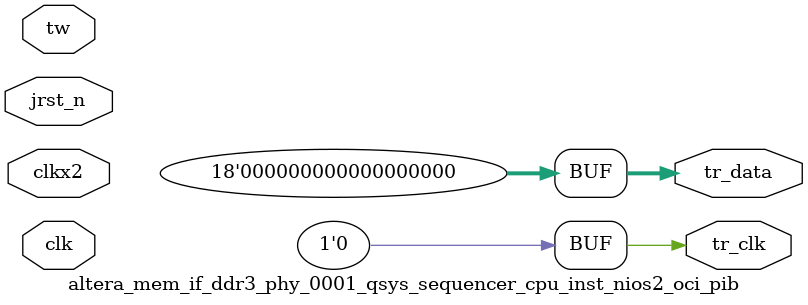
<source format=v>
module altera_mem_if_ddr3_phy_0001_qsys_sequencer_cpu_inst_nios2_oci_pib (
                                                                            clk,
                                                                            clkx2,
                                                                            jrst_n,
                                                                            tw,
                                                                            tr_clk,
                                                                            tr_data
                                                                         )
;
  output           tr_clk;
  output  [ 17: 0] tr_data;
  input            clk;
  input            clkx2;
  input            jrst_n;
  input   [ 35: 0] tw;
  wire             phase;
  wire             tr_clk;
  reg              tr_clk_reg ;
  wire    [ 17: 0] tr_data;
  reg     [ 17: 0] tr_data_reg ;
  reg              x1 ;
  reg              x2 ;
  assign phase = x1^x2;
  always @(posedge clk or negedge jrst_n)
    begin
      if (jrst_n == 0)
          x1 <= 0;
      else 
        x1 <= ~x1;
    end
  always @(posedge clkx2 or negedge jrst_n)
    begin
      if (jrst_n == 0)
        begin
          x2 <= 0;
          tr_clk_reg <= 0;
          tr_data_reg <= 0;
        end
      else 
        begin
          x2 <= x1;
          tr_clk_reg <= ~phase;
          tr_data_reg <= phase ?   tw[17 : 0] :   tw[35 : 18];
        end
    end
  assign tr_clk = 0 ? tr_clk_reg : 0;
  assign tr_data = 0 ? tr_data_reg : 0;
endmodule
</source>
